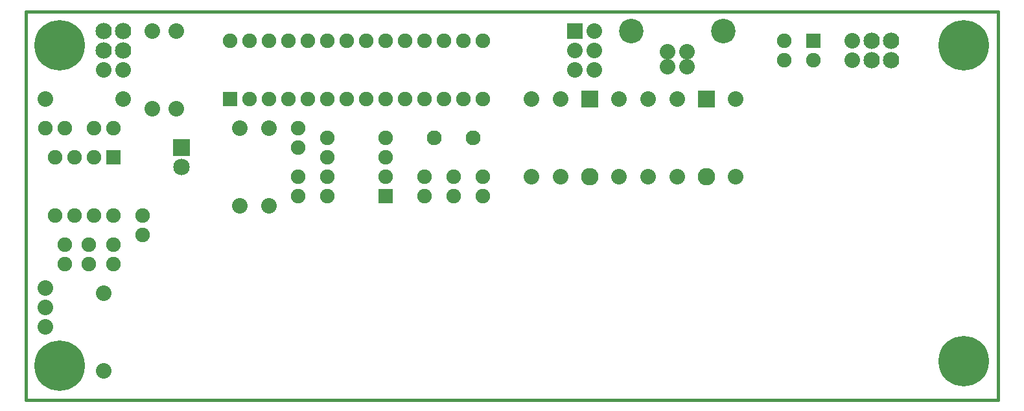
<source format=gbs>
G04 (created by PCBNEW-RS274X (2011-nov-30)-testing) date Mon 02 Jul 2012 10:15:23 AM EDT*
%MOIN*%
G04 Gerber Fmt 3.4, Leading zero omitted, Abs format*
%FSLAX34Y34*%
G01*
G70*
G90*
G04 APERTURE LIST*
%ADD10C,0.006*%
%ADD11C,0.015*%
%ADD12C,0.08*%
%ADD13R,0.075X0.075*%
%ADD14C,0.075*%
%ADD15R,0.08X0.08*%
%ADD16C,0.076*%
%ADD17C,0.09*%
%ADD18R,0.09X0.09*%
%ADD19C,0.084*%
%ADD20R,0.085X0.085*%
%ADD21C,0.085*%
%ADD22C,0.26*%
%ADD23C,0.1263*%
G04 APERTURE END LIST*
G54D10*
G54D11*
X50000Y20000D02*
X0Y20000D01*
X50000Y0D02*
X50000Y20000D01*
X0Y0D02*
X50000Y0D01*
X0Y20000D02*
X0Y0D01*
G54D12*
X1000Y3750D03*
X1000Y4750D03*
X1000Y5750D03*
G54D13*
X40500Y18500D03*
G54D14*
X40500Y17500D03*
G54D12*
X26000Y15500D03*
X26000Y11500D03*
X27500Y11500D03*
X27500Y15500D03*
X36500Y15500D03*
X36500Y11500D03*
X33500Y15500D03*
X33500Y11500D03*
X12500Y10000D03*
X12500Y14000D03*
X11000Y10000D03*
X11000Y14000D03*
X7750Y19000D03*
X7750Y15000D03*
X1000Y15500D03*
X5000Y15500D03*
X6500Y15000D03*
X6500Y19000D03*
X32000Y11500D03*
X32000Y15500D03*
X30500Y11500D03*
X30500Y15500D03*
G54D15*
X28250Y19000D03*
G54D12*
X29250Y19000D03*
X28250Y18000D03*
X29250Y18000D03*
X28250Y17000D03*
X29250Y17000D03*
G54D16*
X21000Y13500D03*
X23000Y13500D03*
G54D13*
X18500Y10500D03*
G54D14*
X18500Y11500D03*
X18500Y12500D03*
X18500Y13500D03*
X15500Y13500D03*
X15500Y12500D03*
X15500Y11500D03*
X15500Y10500D03*
G54D13*
X4500Y12500D03*
G54D14*
X3500Y12500D03*
X2500Y12500D03*
X1500Y12500D03*
X1500Y9500D03*
X2500Y9500D03*
X3500Y9500D03*
X4500Y9500D03*
X11500Y15500D03*
X12500Y15500D03*
X13500Y15500D03*
X14500Y15500D03*
X15500Y15500D03*
X16500Y15500D03*
X17500Y15500D03*
X18500Y15500D03*
X19500Y15500D03*
X20500Y15500D03*
X21500Y15500D03*
X22500Y15500D03*
X23500Y15500D03*
G54D13*
X10500Y15500D03*
G54D14*
X23500Y18500D03*
X22500Y18500D03*
X21500Y18500D03*
X20500Y18500D03*
X19500Y18500D03*
X18500Y18500D03*
X17500Y18500D03*
X16500Y18500D03*
X15500Y18500D03*
X14500Y18500D03*
X13500Y18500D03*
X12500Y18500D03*
X11500Y18500D03*
X10500Y18500D03*
G54D17*
X35000Y11500D03*
G54D18*
X35000Y15500D03*
G54D17*
X29000Y11500D03*
G54D18*
X29000Y15500D03*
G54D14*
X6000Y9500D03*
X6000Y8500D03*
X4500Y8000D03*
X4500Y7000D03*
X23500Y11500D03*
X23500Y10500D03*
X22000Y11500D03*
X22000Y10500D03*
X2000Y8000D03*
X2000Y7000D03*
X2000Y14000D03*
X1000Y14000D03*
X14000Y14000D03*
X14000Y13000D03*
X3250Y7000D03*
X3250Y8000D03*
X3500Y14000D03*
X4500Y14000D03*
X20500Y11500D03*
X20500Y10500D03*
X39000Y18500D03*
X39000Y17500D03*
X14000Y11500D03*
X14000Y10500D03*
G54D12*
X5000Y17000D03*
X4000Y17000D03*
G54D19*
X5000Y18000D03*
X4000Y18000D03*
X5000Y19000D03*
X4000Y19000D03*
G54D12*
X42500Y17500D03*
X42500Y18500D03*
G54D19*
X43500Y17500D03*
X43500Y18500D03*
X44500Y17500D03*
X44500Y18500D03*
G54D12*
X4000Y1500D03*
X4000Y5500D03*
G54D20*
X8000Y13000D03*
G54D21*
X8000Y12000D03*
G54D22*
X1750Y18250D03*
X48250Y18250D03*
X1750Y1750D03*
X48250Y2000D03*
G54D12*
X33000Y17150D03*
X34000Y17150D03*
X34000Y17937D03*
X33000Y17937D03*
G54D23*
X31138Y19000D03*
X35862Y19000D03*
M02*

</source>
